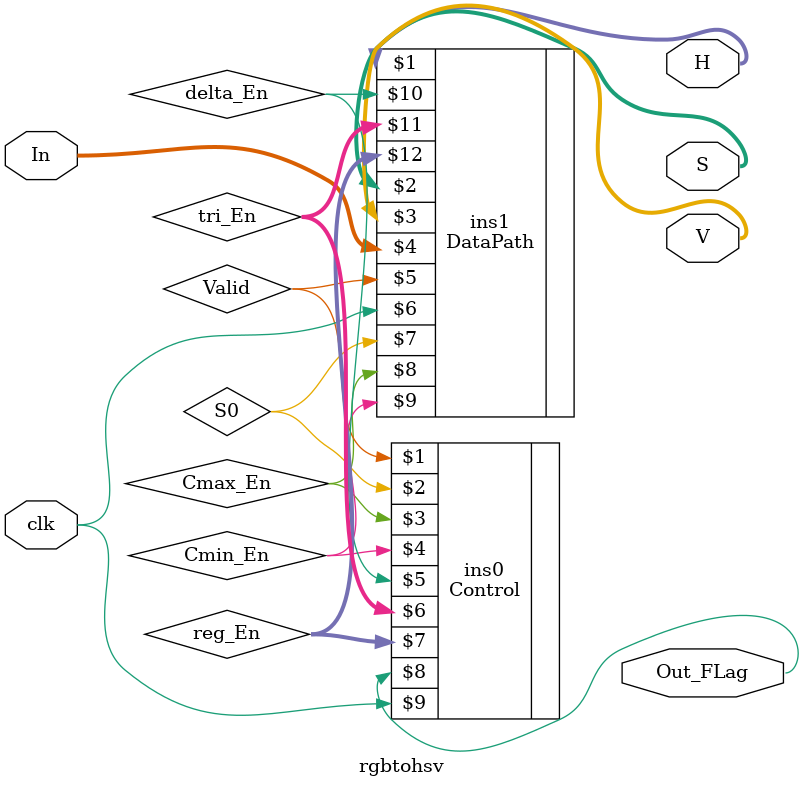
<source format=v>
module rgbtohsv(H, S, V, Out_FLag, In, clk);
output [31:0] H, S, V;
output Out_FLag;
input clk;
input [95:0] In;
wire  Valid, S0, Cmax_En, Cmin_En, delta_En;
wire [2:0] tri_En, reg_En;

Control ins0(Valid, S0, Cmax_En, Cmin_En, delta_En, tri_En, reg_En, Out_FLag, clk);
DataPath ins1(H, S, V, In, Valid, clk, S0, Cmax_En, Cmin_En, delta_En, tri_En, reg_En);

endmodule

</source>
